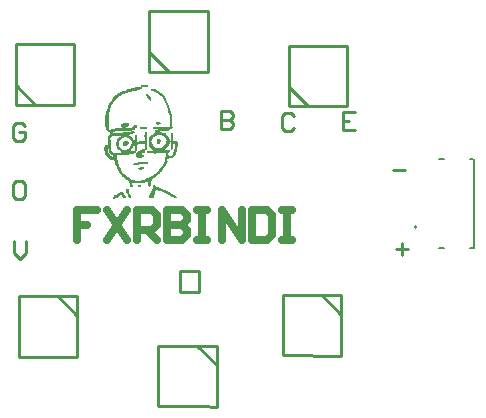
<source format=gto>
G04*
G04 #@! TF.GenerationSoftware,Altium Limited,Altium Designer,20.0.1 (14)*
G04*
G04 Layer_Color=65535*
%FSLAX44Y44*%
%MOMM*%
G71*
G01*
G75*
%ADD10C,0.2000*%
%ADD11C,0.2540*%
%ADD12C,0.1270*%
%ADD13C,0.6350*%
G36*
X-39902Y96428D02*
X-38107D01*
Y95979D01*
Y95531D01*
Y95082D01*
X-39004D01*
Y94634D01*
X-41248D01*
Y95082D01*
X-42593D01*
Y94634D01*
Y94185D01*
Y93736D01*
Y93288D01*
X-43042D01*
Y92839D01*
X-44388D01*
Y92390D01*
X-47080D01*
Y91942D01*
X-49772D01*
Y91493D01*
X-51566D01*
Y91045D01*
X-53809D01*
Y90596D01*
X-54707D01*
Y90147D01*
X-56501D01*
Y89699D01*
X-57398D01*
Y89250D01*
X-58744D01*
Y88801D01*
X-59641D01*
Y88353D01*
X-60539D01*
Y87904D01*
X-60987D01*
Y87456D01*
X-61885D01*
Y87007D01*
X-62333D01*
Y86558D01*
X-63231D01*
Y86110D01*
X-63679D01*
Y85661D01*
X-64128D01*
Y85212D01*
X-64577D01*
Y84764D01*
X-65025D01*
Y84315D01*
X-65474D01*
Y83867D01*
Y83418D01*
X-65922D01*
Y82969D01*
X-66371D01*
Y82521D01*
X-66820D01*
Y82072D01*
X-67268D01*
Y81623D01*
X-67717D01*
Y81175D01*
Y80726D01*
X-68165D01*
Y80277D01*
Y79829D01*
X-68614D01*
Y79380D01*
X-69063D01*
Y78931D01*
Y78483D01*
Y78034D01*
X-69511D01*
Y77586D01*
Y77137D01*
X-69960D01*
Y76688D01*
Y76240D01*
Y75791D01*
X-70409D01*
Y75342D01*
Y74894D01*
Y74445D01*
Y73997D01*
X-70857D01*
Y73548D01*
Y73099D01*
Y72651D01*
Y72202D01*
Y71753D01*
X-71306D01*
Y71305D01*
Y70856D01*
Y70408D01*
Y69959D01*
Y69510D01*
Y69062D01*
Y68613D01*
Y68164D01*
Y67716D01*
Y67267D01*
Y66818D01*
Y66370D01*
Y65921D01*
Y65472D01*
Y65024D01*
Y64575D01*
Y64127D01*
Y63678D01*
Y63229D01*
Y62781D01*
Y62332D01*
Y61883D01*
Y61435D01*
Y60986D01*
Y60538D01*
Y60089D01*
X-70857D01*
Y59640D01*
Y59192D01*
Y58743D01*
X-69511D01*
Y59192D01*
X-67717D01*
Y59640D01*
X-65922D01*
Y60089D01*
X-64577D01*
Y60538D01*
X-60539D01*
Y60089D01*
X-60090D01*
Y60538D01*
Y60986D01*
Y61435D01*
X-60539D01*
Y61883D01*
Y62332D01*
Y62781D01*
Y63229D01*
X-60090D01*
Y63678D01*
X-58744D01*
Y64127D01*
X-54258D01*
Y63678D01*
Y63229D01*
Y62781D01*
Y62332D01*
Y61883D01*
X-54707D01*
Y61435D01*
X-56501D01*
Y60986D01*
Y60538D01*
Y60089D01*
X-55604D01*
Y60538D01*
X-52912D01*
Y60089D01*
X-52015D01*
Y60538D01*
X-51118D01*
Y60986D01*
X-50669D01*
Y61435D01*
Y61883D01*
X-50220D01*
Y62332D01*
X-49772D01*
Y62781D01*
X-47528D01*
Y62332D01*
X-47080D01*
Y61883D01*
Y61435D01*
Y60986D01*
Y60538D01*
X-48426D01*
Y60089D01*
X-48874D01*
Y59640D01*
Y59192D01*
X-49323D01*
Y58743D01*
X-50220D01*
Y58294D01*
X-51118D01*
Y57846D01*
Y57397D01*
X-49772D01*
Y56948D01*
X-49323D01*
Y56500D01*
Y56051D01*
Y55603D01*
X-50220D01*
Y55154D01*
X-52912D01*
Y54705D01*
X-53809D01*
Y54257D01*
Y53808D01*
X-52912D01*
Y53359D01*
X-52463D01*
Y52911D01*
X-52015D01*
Y52462D01*
X-51566D01*
Y52014D01*
X-51118D01*
Y51565D01*
X-50669D01*
Y51116D01*
Y50668D01*
X-50220D01*
Y50219D01*
Y49770D01*
X-49323D01*
Y50219D01*
Y50668D01*
Y51116D01*
Y51565D01*
Y52014D01*
Y52462D01*
Y52911D01*
Y53359D01*
Y53808D01*
Y54257D01*
X-48874D01*
Y54705D01*
X-47528D01*
Y54257D01*
X-47080D01*
Y53808D01*
Y53359D01*
Y52911D01*
Y52462D01*
Y52014D01*
Y51565D01*
Y51116D01*
Y50668D01*
Y50219D01*
Y49770D01*
Y49322D01*
Y48873D01*
Y48425D01*
X-45734D01*
Y48873D01*
X-41248D01*
Y49322D01*
X-40799D01*
Y49770D01*
Y50219D01*
Y50668D01*
Y51116D01*
Y51565D01*
Y52014D01*
Y52462D01*
X-41248D01*
Y52911D01*
Y53359D01*
Y53808D01*
Y54257D01*
Y54705D01*
X-40799D01*
Y55154D01*
Y55603D01*
Y56051D01*
Y56500D01*
X-39004D01*
Y56051D01*
Y55603D01*
Y55154D01*
Y54705D01*
Y54257D01*
Y53808D01*
Y53359D01*
Y52911D01*
Y52462D01*
Y52014D01*
Y51565D01*
Y51116D01*
Y50668D01*
Y50219D01*
Y49770D01*
Y49322D01*
Y48873D01*
X-38556D01*
Y48425D01*
Y47976D01*
Y47527D01*
Y47078D01*
X-39004D01*
Y46630D01*
Y46181D01*
X-38556D01*
Y45733D01*
X-39004D01*
Y45284D01*
Y44835D01*
Y44387D01*
Y43938D01*
Y43489D01*
Y43041D01*
X-38556D01*
Y42592D01*
Y42144D01*
X-39004D01*
Y41695D01*
X-40799D01*
Y41246D01*
Y40798D01*
Y40349D01*
Y39900D01*
Y39452D01*
X-41248D01*
Y39003D01*
X-42593D01*
Y38554D01*
X-43042D01*
Y38106D01*
Y37657D01*
X-42145D01*
Y37209D01*
X-41696D01*
Y36760D01*
Y36311D01*
Y35863D01*
X-42145D01*
Y35414D01*
X-42593D01*
Y34966D01*
X-43939D01*
Y34517D01*
X-46182D01*
Y34966D01*
X-47528D01*
Y35414D01*
X-47977D01*
Y35863D01*
X-48426D01*
Y36311D01*
Y36760D01*
Y37209D01*
Y37657D01*
Y38106D01*
Y38554D01*
X-47977D01*
Y39003D01*
X-47528D01*
Y39452D01*
X-47080D01*
Y39900D01*
X-46182D01*
Y40349D01*
X-45285D01*
Y40798D01*
X-44388D01*
Y41246D01*
X-43939D01*
Y41695D01*
X-43042D01*
Y42144D01*
X-40799D01*
Y42592D01*
Y43041D01*
Y43489D01*
Y43938D01*
Y44387D01*
Y44835D01*
Y45284D01*
Y45733D01*
Y46181D01*
Y46630D01*
X-41248D01*
Y47078D01*
X-42593D01*
Y46630D01*
X-46631D01*
Y46181D01*
X-47080D01*
Y45733D01*
X-47528D01*
Y45284D01*
Y44835D01*
Y44387D01*
Y43938D01*
Y43489D01*
Y43041D01*
Y42592D01*
Y42144D01*
Y41695D01*
Y41246D01*
Y40798D01*
X-47977D01*
Y40349D01*
Y39900D01*
X-48426D01*
Y39452D01*
X-48874D01*
Y39003D01*
X-49772D01*
Y38554D01*
X-52463D01*
Y38106D01*
X-54258D01*
Y37657D01*
X-55604D01*
Y37209D01*
X-60090D01*
Y37657D01*
X-60987D01*
Y37209D01*
X-64577D01*
Y36760D01*
Y36311D01*
Y35863D01*
Y35414D01*
Y34966D01*
X-64128D01*
Y34517D01*
Y34068D01*
Y33620D01*
Y33171D01*
X-63679D01*
Y32722D01*
Y32274D01*
Y31825D01*
Y31376D01*
Y30928D01*
Y30479D01*
X-63231D01*
Y30031D01*
X-62782D01*
Y29582D01*
Y29133D01*
Y28685D01*
X-62333D01*
Y28236D01*
Y27787D01*
Y27339D01*
X-61885D01*
Y26890D01*
Y26442D01*
X-61436D01*
Y25993D01*
X-60987D01*
Y25544D01*
Y25096D01*
X-60539D01*
Y24647D01*
Y24198D01*
Y23750D01*
X-59641D01*
Y23301D01*
Y22852D01*
Y22404D01*
X-58744D01*
Y21955D01*
Y21507D01*
X-57847D01*
Y21058D01*
X-57398D01*
Y20609D01*
X-56950D01*
Y20161D01*
X-56501D01*
Y19712D01*
X-56052D01*
Y19263D01*
X-55604D01*
Y18815D01*
X-55155D01*
Y18366D01*
X-54258D01*
Y17917D01*
X-53809D01*
Y17469D01*
X-52912D01*
Y17020D01*
X-52015D01*
Y16572D01*
X-50669D01*
Y16123D01*
X-49323D01*
Y15674D01*
X-48426D01*
Y15226D01*
X-44388D01*
Y15674D01*
X-43491D01*
Y16123D01*
X-41696D01*
Y16572D01*
X-40799D01*
Y17020D01*
X-39453D01*
Y17469D01*
X-37659D01*
Y17917D01*
X-36761D01*
Y18366D01*
X-35864D01*
Y18815D01*
X-34967D01*
Y19263D01*
X-34518D01*
Y19712D01*
X-34069D01*
Y20161D01*
X-33172D01*
Y20609D01*
X-32724D01*
Y21058D01*
X-32275D01*
Y21507D01*
X-31378D01*
Y21955D01*
X-30929D01*
Y22404D01*
X-30032D01*
Y22852D01*
Y23301D01*
X-29583D01*
Y23750D01*
X-29135D01*
Y24198D01*
X-28686D01*
Y24647D01*
X-28237D01*
Y25096D01*
X-27789D01*
Y25544D01*
Y25993D01*
X-27340D01*
Y26442D01*
X-26891D01*
Y26890D01*
X-26443D01*
Y27339D01*
Y27787D01*
X-25994D01*
Y28236D01*
X-25545D01*
Y28685D01*
Y29133D01*
Y29582D01*
X-25097D01*
Y30031D01*
X-24648D01*
Y30479D01*
Y30928D01*
X-24200D01*
Y31376D01*
X-23751D01*
Y31825D01*
Y32274D01*
X-23302D01*
Y32722D01*
Y33171D01*
Y33620D01*
Y34068D01*
Y34517D01*
Y34966D01*
Y35414D01*
X-22854D01*
Y35863D01*
Y36311D01*
X-22405D01*
Y36760D01*
Y37209D01*
Y37657D01*
Y38106D01*
Y38554D01*
Y39003D01*
Y39452D01*
X-23751D01*
Y39003D01*
X-31378D01*
Y38554D01*
X-33172D01*
Y39003D01*
X-38107D01*
Y39452D01*
X-38556D01*
Y39900D01*
Y40349D01*
Y40798D01*
X-33621D01*
Y41246D01*
Y41695D01*
X-34518D01*
Y42144D01*
X-34967D01*
Y42592D01*
X-35415D01*
Y43041D01*
X-35864D01*
Y43489D01*
Y43938D01*
X-36313D01*
Y44387D01*
X-36761D01*
Y44835D01*
Y45284D01*
Y45733D01*
X-37210D01*
Y46181D01*
Y46630D01*
Y47078D01*
Y47527D01*
Y47976D01*
Y48425D01*
Y48873D01*
Y49322D01*
Y49770D01*
Y50219D01*
Y50668D01*
Y51116D01*
X-36761D01*
Y51565D01*
Y52014D01*
Y52462D01*
X-36313D01*
Y52911D01*
X-35864D01*
Y53359D01*
X-35415D01*
Y53808D01*
X-34967D01*
Y54257D01*
X-34518D01*
Y54705D01*
X-34069D01*
Y55154D01*
X-33172D01*
Y55603D01*
X-32724D01*
Y56051D01*
X-32275D01*
Y56500D01*
Y56948D01*
Y57397D01*
Y57846D01*
Y58294D01*
X-30929D01*
Y58743D01*
X-29135D01*
Y59192D01*
Y59640D01*
X-30929D01*
Y59192D01*
X-32724D01*
Y59640D01*
X-33621D01*
Y60089D01*
Y60538D01*
Y60986D01*
Y61435D01*
X-24648D01*
Y60986D01*
X-19713D01*
Y61435D01*
X-19265D01*
Y61883D01*
Y62332D01*
Y62781D01*
Y63229D01*
Y63678D01*
Y64127D01*
Y64575D01*
Y65024D01*
Y65472D01*
Y65921D01*
Y66370D01*
Y66818D01*
Y67267D01*
Y67716D01*
Y68164D01*
Y68613D01*
Y69062D01*
Y69510D01*
Y69959D01*
X-19713D01*
Y70408D01*
Y70856D01*
X-20162D01*
Y71305D01*
Y71753D01*
Y72202D01*
Y72651D01*
X-20610D01*
Y73099D01*
Y73548D01*
Y73997D01*
Y74445D01*
Y74894D01*
X-21059D01*
Y75342D01*
Y75791D01*
Y76240D01*
Y76688D01*
Y77137D01*
X-21508D01*
Y77586D01*
Y78034D01*
X-21956D01*
Y78483D01*
Y78931D01*
Y79380D01*
X-22405D01*
Y79829D01*
Y80277D01*
Y80726D01*
X-22854D01*
Y81175D01*
Y81623D01*
X-23302D01*
Y82072D01*
Y82521D01*
X-23751D01*
Y82969D01*
Y83418D01*
X-24200D01*
Y83867D01*
Y84315D01*
Y84764D01*
X-25097D01*
Y85212D01*
X-25545D01*
Y85661D01*
Y86110D01*
X-25994D01*
Y86558D01*
X-26443D01*
Y87007D01*
X-26891D01*
Y87456D01*
X-27340D01*
Y87904D01*
X-27789D01*
Y88353D01*
X-28686D01*
Y88801D01*
X-29135D01*
Y89250D01*
X-29583D01*
Y89699D01*
X-30929D01*
Y90147D01*
X-31378D01*
Y90596D01*
X-32275D01*
Y91045D01*
X-33172D01*
Y91493D01*
X-34518D01*
Y91942D01*
X-34967D01*
Y92390D01*
X-35415D01*
Y92839D01*
Y93288D01*
X-31826D01*
Y92839D01*
X-30929D01*
Y92390D01*
X-30032D01*
Y91942D01*
X-29583D01*
Y91493D01*
X-28237D01*
Y91045D01*
X-27789D01*
Y90596D01*
X-27340D01*
Y90147D01*
X-26891D01*
Y89699D01*
X-26443D01*
Y89250D01*
X-25994D01*
Y88801D01*
X-25545D01*
Y88353D01*
X-25097D01*
Y87904D01*
X-24648D01*
Y87456D01*
X-24200D01*
Y87007D01*
X-23751D01*
Y86558D01*
Y86110D01*
X-23302D01*
Y85661D01*
Y85212D01*
X-22854D01*
Y84764D01*
X-22405D01*
Y84315D01*
Y83867D01*
Y83418D01*
X-21956D01*
Y82969D01*
Y82521D01*
X-21508D01*
Y82072D01*
Y81623D01*
X-21059D01*
Y81175D01*
Y80726D01*
X-20610D01*
Y80277D01*
Y79829D01*
X-20162D01*
Y79380D01*
Y78931D01*
Y78483D01*
Y78034D01*
Y77586D01*
Y77137D01*
X-19265D01*
Y76688D01*
Y76240D01*
Y75791D01*
Y75342D01*
Y74894D01*
X-18816D01*
Y74445D01*
Y73997D01*
Y73548D01*
Y73099D01*
X-18367D01*
Y72651D01*
Y72202D01*
Y71753D01*
X-17919D01*
Y71305D01*
Y70856D01*
Y70408D01*
Y69959D01*
Y69510D01*
X-17470D01*
Y69062D01*
Y68613D01*
Y68164D01*
Y67716D01*
Y67267D01*
Y66818D01*
Y66370D01*
Y65921D01*
Y65472D01*
Y65024D01*
Y64575D01*
Y64127D01*
Y63678D01*
Y63229D01*
Y62781D01*
Y62332D01*
Y61883D01*
Y61435D01*
X-17021D01*
Y60986D01*
Y60538D01*
Y60089D01*
X-17470D01*
Y59640D01*
Y59192D01*
X-19713D01*
Y58743D01*
X-20162D01*
Y58294D01*
Y57846D01*
X-24648D01*
Y57397D01*
X-27340D01*
Y56948D01*
Y56500D01*
X-26443D01*
Y56051D01*
X-23751D01*
Y55603D01*
X-22854D01*
Y55154D01*
Y54705D01*
X-21956D01*
Y54257D01*
X-21508D01*
Y53808D01*
X-21059D01*
Y53359D01*
X-20610D01*
Y52911D01*
Y52462D01*
X-20162D01*
Y52014D01*
Y51565D01*
Y51116D01*
Y50668D01*
X-19713D01*
Y50219D01*
Y49770D01*
Y49322D01*
Y48873D01*
X-18816D01*
Y49322D01*
Y49770D01*
X-18367D01*
Y50219D01*
Y50668D01*
Y51116D01*
Y51565D01*
Y52014D01*
Y52462D01*
Y52911D01*
Y53359D01*
Y53808D01*
Y54257D01*
Y54705D01*
Y55154D01*
Y55603D01*
X-17919D01*
Y56051D01*
X-16573D01*
Y55603D01*
Y55154D01*
Y54705D01*
Y54257D01*
Y53808D01*
Y53359D01*
Y52911D01*
Y52462D01*
Y52014D01*
Y51565D01*
Y51116D01*
Y50668D01*
Y50219D01*
Y49770D01*
Y49322D01*
X-12984D01*
Y48873D01*
Y48425D01*
X-12535D01*
Y47976D01*
Y47527D01*
Y47078D01*
Y46630D01*
Y46181D01*
Y45733D01*
Y45284D01*
Y44835D01*
Y44387D01*
Y43938D01*
X-12984D01*
Y43489D01*
X-12535D01*
Y43041D01*
X-12984D01*
Y42592D01*
X-13432D01*
Y42144D01*
Y41695D01*
Y41246D01*
Y40798D01*
Y40349D01*
Y39900D01*
X-13881D01*
Y39452D01*
Y39003D01*
Y38554D01*
Y38106D01*
X-14330D01*
Y37657D01*
Y37209D01*
X-14778D01*
Y36760D01*
Y36311D01*
X-15675D01*
Y35863D01*
X-16124D01*
Y35414D01*
X-16573D01*
Y34966D01*
X-17021D01*
Y34517D01*
X-20162D01*
Y34068D01*
X-21059D01*
Y33620D01*
X-21508D01*
Y33171D01*
Y32722D01*
Y32274D01*
X-21059D01*
Y31825D01*
X-21508D01*
Y31376D01*
Y30928D01*
X-21956D01*
Y30479D01*
Y30031D01*
X-22405D01*
Y29582D01*
Y29133D01*
Y28685D01*
X-22854D01*
Y28236D01*
X-23302D01*
Y27787D01*
Y27339D01*
X-23751D01*
Y26890D01*
X-24200D01*
Y26442D01*
Y25993D01*
X-25097D01*
Y25544D01*
Y25096D01*
X-25545D01*
Y24647D01*
X-25994D01*
Y24198D01*
X-26443D01*
Y23750D01*
Y23301D01*
X-26891D01*
Y22852D01*
X-27340D01*
Y22404D01*
X-27789D01*
Y21955D01*
Y21507D01*
X-28686D01*
Y21058D01*
X-29135D01*
Y20609D01*
X-29583D01*
Y20161D01*
X-30032D01*
Y19712D01*
X-30480D01*
Y19263D01*
X-30929D01*
Y18815D01*
X-31378D01*
Y18366D01*
X-32275D01*
Y17917D01*
X-32724D01*
Y17469D01*
X-33621D01*
Y17020D01*
X-34518D01*
Y16572D01*
X-34967D01*
Y16123D01*
X-34518D01*
Y15674D01*
X-34967D01*
Y15226D01*
Y14777D01*
Y14328D01*
X-35415D01*
Y13880D01*
Y13431D01*
Y12982D01*
Y12534D01*
Y12085D01*
Y11637D01*
Y11188D01*
Y10739D01*
X-35864D01*
Y10291D01*
X-37210D01*
Y10739D01*
X-37659D01*
Y11188D01*
Y11637D01*
Y12085D01*
Y12534D01*
Y12982D01*
Y13431D01*
Y13880D01*
Y14328D01*
Y14777D01*
Y15226D01*
X-38107D01*
Y14777D01*
X-39004D01*
Y14328D01*
X-40350D01*
Y13880D01*
X-41696D01*
Y13431D01*
X-50220D01*
Y13880D01*
X-51118D01*
Y13431D01*
Y12982D01*
Y12534D01*
Y12085D01*
X-50669D01*
Y11637D01*
Y11188D01*
Y10739D01*
Y10291D01*
X-51118D01*
Y9842D01*
X-52463D01*
Y10291D01*
X-52912D01*
Y10739D01*
Y11188D01*
X-53361D01*
Y11637D01*
X-52912D01*
Y12085D01*
Y12534D01*
X-53361D01*
Y12982D01*
Y13431D01*
X-53809D01*
Y13880D01*
Y14328D01*
Y14777D01*
X-54258D01*
Y15226D01*
X-54707D01*
Y15674D01*
X-55155D01*
Y16123D01*
X-56052D01*
Y16572D01*
X-56501D01*
Y17020D01*
X-57398D01*
Y17469D01*
X-57847D01*
Y17917D01*
X-58296D01*
Y18366D01*
X-58744D01*
Y18815D01*
X-59641D01*
Y19263D01*
X-60090D01*
Y19712D01*
Y20161D01*
X-60539D01*
Y20609D01*
X-60987D01*
Y21058D01*
X-61436D01*
Y21507D01*
X-61885D01*
Y21955D01*
Y22404D01*
X-62333D01*
Y22852D01*
X-62782D01*
Y23301D01*
Y23750D01*
X-63231D01*
Y24198D01*
Y24647D01*
X-63679D01*
Y25096D01*
Y25544D01*
X-64128D01*
Y25993D01*
Y26442D01*
Y26890D01*
X-64577D01*
Y27339D01*
Y27787D01*
X-65025D01*
Y28236D01*
Y28685D01*
X-65474D01*
Y29133D01*
Y29582D01*
Y30031D01*
Y30479D01*
X-65922D01*
Y30928D01*
Y31376D01*
Y31825D01*
Y32274D01*
X-66371D01*
Y32722D01*
X-68614D01*
Y33171D01*
X-69960D01*
Y33620D01*
X-70857D01*
Y34068D01*
X-71306D01*
Y34517D01*
X-71755D01*
Y34966D01*
X-72203D01*
Y35414D01*
X-72652D01*
Y35863D01*
Y36311D01*
X-73101D01*
Y36760D01*
X-73549D01*
Y37209D01*
X-73998D01*
Y37657D01*
Y38106D01*
Y38554D01*
X-74446D01*
Y39003D01*
Y39452D01*
Y39900D01*
Y40349D01*
X-74895D01*
Y40798D01*
Y41246D01*
Y41695D01*
X-75344D01*
Y42144D01*
X-74895D01*
Y42592D01*
X-75344D01*
Y43041D01*
Y43489D01*
X-74895D01*
Y43938D01*
X-74446D01*
Y44387D01*
Y44835D01*
Y45284D01*
X-73998D01*
Y45733D01*
X-73101D01*
Y46181D01*
X-72203D01*
Y46630D01*
Y47078D01*
Y47527D01*
Y47976D01*
Y48425D01*
Y48873D01*
Y49322D01*
Y49770D01*
Y50219D01*
Y50668D01*
Y51116D01*
Y51565D01*
Y52014D01*
X-71755D01*
Y52462D01*
Y52911D01*
Y53359D01*
X-71306D01*
Y53808D01*
Y54257D01*
X-70857D01*
Y54705D01*
X-69960D01*
Y55154D01*
Y55603D01*
Y56051D01*
X-70409D01*
Y56500D01*
X-70857D01*
Y56948D01*
X-71755D01*
Y57397D01*
X-72203D01*
Y57846D01*
X-72652D01*
Y58294D01*
X-73101D01*
Y58743D01*
X-73549D01*
Y59192D01*
X-73101D01*
Y59640D01*
X-73549D01*
Y60089D01*
Y60538D01*
Y60986D01*
Y61435D01*
X-73998D01*
Y61883D01*
Y62332D01*
Y62781D01*
Y63229D01*
Y63678D01*
Y64127D01*
Y64575D01*
Y65024D01*
Y65472D01*
Y65921D01*
Y66370D01*
Y66818D01*
Y67267D01*
Y67716D01*
Y68164D01*
Y68613D01*
Y69062D01*
Y69510D01*
Y69959D01*
Y70408D01*
Y70856D01*
X-73549D01*
Y71305D01*
Y71753D01*
Y72202D01*
Y72651D01*
Y73099D01*
X-73101D01*
Y73548D01*
X-73549D01*
Y73997D01*
X-73101D01*
Y74445D01*
Y74894D01*
X-72652D01*
Y75342D01*
Y75791D01*
Y76240D01*
Y76688D01*
X-72203D01*
Y77137D01*
Y77586D01*
Y78034D01*
Y78483D01*
X-71755D01*
Y78931D01*
Y79380D01*
Y79829D01*
X-71306D01*
Y80277D01*
X-70857D01*
Y80726D01*
Y81175D01*
X-70409D01*
Y81623D01*
X-69960D01*
Y82072D01*
Y82521D01*
X-69511D01*
Y82969D01*
X-69063D01*
Y83418D01*
X-68614D01*
Y83867D01*
Y84315D01*
X-68165D01*
Y84764D01*
X-67717D01*
Y85212D01*
X-67268D01*
Y85661D01*
Y86110D01*
X-66820D01*
Y86558D01*
X-66371D01*
Y87007D01*
X-65922D01*
Y87456D01*
X-65474D01*
Y87904D01*
X-64577D01*
Y88353D01*
X-64128D01*
Y88801D01*
X-63679D01*
Y89250D01*
X-63231D01*
Y89699D01*
X-62333D01*
Y90147D01*
X-61885D01*
Y90596D01*
X-60987D01*
Y91045D01*
X-60090D01*
Y91493D01*
X-58296D01*
Y91942D01*
X-56950D01*
Y92390D01*
X-56052D01*
Y92839D01*
X-54707D01*
Y93288D01*
X-52463D01*
Y93736D01*
X-50669D01*
Y94185D01*
X-48874D01*
Y94634D01*
X-46631D01*
Y95082D01*
X-43491D01*
Y95531D01*
Y95979D01*
Y96428D01*
X-43042D01*
Y96877D01*
X-39902D01*
Y96428D01*
D02*
G37*
G36*
X-37659Y88353D02*
X-36761D01*
Y87904D01*
Y87456D01*
X-36313D01*
Y87007D01*
X-35864D01*
Y86558D01*
Y86110D01*
X-35415D01*
Y85661D01*
Y85212D01*
X-34967D01*
Y84764D01*
Y84315D01*
Y83867D01*
X-35415D01*
Y83418D01*
X-36313D01*
Y83867D01*
X-36761D01*
Y84315D01*
X-37210D01*
Y84764D01*
X-37659D01*
Y85212D01*
Y85661D01*
X-38556D01*
Y86110D01*
Y86558D01*
X-39004D01*
Y87007D01*
Y87456D01*
X-39902D01*
Y87904D01*
Y88353D01*
Y88801D01*
X-37659D01*
Y88353D01*
D02*
G37*
G36*
X-28237Y65024D02*
X-27340D01*
Y64575D01*
X-26891D01*
Y64127D01*
Y63678D01*
X-27340D01*
Y63229D01*
X-28686D01*
Y62781D01*
X-30032D01*
Y63229D01*
X-31378D01*
Y63678D01*
Y64127D01*
Y64575D01*
X-30929D01*
Y65024D01*
X-30032D01*
Y65472D01*
X-28237D01*
Y65024D01*
D02*
G37*
G36*
X-38556Y60986D02*
Y60538D01*
Y60089D01*
X-39004D01*
Y59640D01*
X-39902D01*
Y59192D01*
X-43939D01*
Y59640D01*
X-44388D01*
Y60089D01*
Y60538D01*
Y60986D01*
X-41248D01*
Y61435D01*
X-38556D01*
Y60986D01*
D02*
G37*
G36*
X-37659Y31376D02*
Y30928D01*
Y30479D01*
X-38107D01*
Y30031D01*
X-42145D01*
Y29582D01*
X-45285D01*
Y29133D01*
X-47528D01*
Y28685D01*
X-50220D01*
Y29133D01*
Y29582D01*
Y30031D01*
X-49772D01*
Y30479D01*
X-47977D01*
Y30928D01*
X-46182D01*
Y31376D01*
X-44837D01*
Y31825D01*
X-37659D01*
Y31376D01*
D02*
G37*
G36*
X-41248Y26442D02*
X-41696D01*
Y25993D01*
X-41248D01*
Y25544D01*
X-41696D01*
Y25096D01*
X-43042D01*
Y24647D01*
X-45734D01*
Y25096D01*
X-46182D01*
Y25544D01*
Y25993D01*
Y26442D01*
X-44388D01*
Y26890D01*
X-41248D01*
Y26442D01*
D02*
G37*
G36*
X-43491Y11637D02*
Y11188D01*
Y10739D01*
X-43939D01*
Y10291D01*
X-46631D01*
Y10739D01*
Y11188D01*
Y11637D01*
X-46182D01*
Y12085D01*
X-43491D01*
Y11637D01*
D02*
G37*
G36*
X-32275D02*
X-31826D01*
Y11188D01*
Y10739D01*
X-31378D01*
Y10291D01*
X-30480D01*
Y9842D01*
X-28686D01*
Y9393D01*
X-26891D01*
Y8945D01*
X-25994D01*
Y8496D01*
X-25097D01*
Y8048D01*
X-23751D01*
Y7599D01*
X-22854D01*
Y7150D01*
X-21956D01*
Y6702D01*
X-21059D01*
Y6253D01*
X-20610D01*
Y5804D01*
X-19713D01*
Y5356D01*
X-19265D01*
Y4907D01*
X-18367D01*
Y4458D01*
X-17470D01*
Y4010D01*
X-16573D01*
Y3561D01*
X-15675D01*
Y3113D01*
X-14778D01*
Y2664D01*
X-13881D01*
Y2215D01*
X-13432D01*
Y1767D01*
Y1318D01*
Y869D01*
X-15227D01*
Y1318D01*
X-16124D01*
Y1767D01*
X-17470D01*
Y2215D01*
X-18816D01*
Y2664D01*
X-19713D01*
Y3113D01*
X-20162D01*
Y3561D01*
X-21059D01*
Y4010D01*
X-21956D01*
Y4458D01*
X-22854D01*
Y4907D01*
X-23751D01*
Y5356D01*
X-24648D01*
Y5804D01*
X-25545D01*
Y6253D01*
X-26443D01*
Y6702D01*
X-28237D01*
Y7150D01*
X-29135D01*
Y7599D01*
X-30032D01*
Y8048D01*
X-31378D01*
Y7599D01*
Y7150D01*
Y6702D01*
X-31826D01*
Y6253D01*
Y5804D01*
Y5356D01*
Y4907D01*
X-32275D01*
Y4458D01*
Y4010D01*
Y3561D01*
X-32724D01*
Y3113D01*
Y2664D01*
Y2215D01*
X-33172D01*
Y1767D01*
Y1318D01*
X-33621D01*
Y869D01*
X-36761D01*
Y1318D01*
Y1767D01*
Y2215D01*
Y2664D01*
Y3113D01*
X-36313D01*
Y3561D01*
Y4010D01*
X-35864D01*
Y4458D01*
Y4907D01*
X-35415D01*
Y5356D01*
Y5804D01*
Y6253D01*
X-34967D01*
Y6702D01*
Y7150D01*
X-34518D01*
Y7599D01*
X-34967D01*
Y8048D01*
X-34518D01*
Y8496D01*
Y8945D01*
X-34069D01*
Y9393D01*
Y9842D01*
Y10291D01*
Y10739D01*
Y11188D01*
Y11637D01*
Y12085D01*
X-32275D01*
Y11637D01*
D02*
G37*
G36*
X-54258Y8496D02*
Y8048D01*
Y7599D01*
Y7150D01*
Y6702D01*
Y6253D01*
Y5804D01*
Y5356D01*
X-53809D01*
Y4907D01*
Y4458D01*
X-52912D01*
Y4010D01*
Y3561D01*
Y3113D01*
X-52463D01*
Y2664D01*
Y2215D01*
Y1767D01*
Y1318D01*
Y869D01*
X-54258D01*
Y1318D01*
Y1767D01*
X-54707D01*
Y2215D01*
Y2664D01*
X-55155D01*
Y3113D01*
Y3561D01*
Y4010D01*
X-55604D01*
Y4458D01*
Y4907D01*
X-56052D01*
Y5356D01*
X-56501D01*
Y5804D01*
Y6253D01*
X-56950D01*
Y6702D01*
Y7150D01*
Y7599D01*
Y8048D01*
Y8496D01*
X-55604D01*
Y8945D01*
X-54258D01*
Y8496D01*
D02*
G37*
G36*
X-58744Y5804D02*
Y5356D01*
X-58296D01*
Y4907D01*
Y4458D01*
X-57847D01*
Y4010D01*
Y3561D01*
X-57398D01*
Y3113D01*
Y2664D01*
X-56950D01*
Y2215D01*
Y1767D01*
Y1318D01*
Y869D01*
X-58744D01*
Y1318D01*
X-59193D01*
Y1767D01*
Y2215D01*
X-59641D01*
Y2664D01*
Y3113D01*
X-61436D01*
Y2664D01*
X-62333D01*
Y2215D01*
X-62782D01*
Y1767D01*
X-63679D01*
Y1318D01*
X-64577D01*
Y869D01*
X-65474D01*
Y421D01*
X-67268D01*
Y869D01*
Y1318D01*
Y1767D01*
Y2215D01*
X-66820D01*
Y2664D01*
X-66371D01*
Y3113D01*
X-65474D01*
Y3561D01*
X-64577D01*
Y4010D01*
X-64128D01*
Y4458D01*
X-63231D01*
Y4907D01*
X-62333D01*
Y5356D01*
X-61436D01*
Y5804D01*
X-60539D01*
Y6253D01*
X-58744D01*
Y5804D01*
D02*
G37*
%LPC*%
G36*
X-52463Y57846D02*
X-63679D01*
Y57397D01*
X-65922D01*
Y56948D01*
X-67268D01*
Y56500D01*
X-67717D01*
Y56051D01*
Y55603D01*
X-64577D01*
Y56051D01*
X-59193D01*
Y56500D01*
X-55155D01*
Y56948D01*
X-52463D01*
Y57397D01*
Y57846D01*
D02*
G37*
G36*
X-27340Y54705D02*
X-29135D01*
Y54257D01*
X-30480D01*
Y53808D01*
X-31826D01*
Y53359D01*
X-32275D01*
Y52911D01*
X-32724D01*
Y52462D01*
X-33621D01*
Y52014D01*
X-34069D01*
Y51565D01*
Y51116D01*
X-34518D01*
Y50668D01*
Y50219D01*
Y49770D01*
Y49322D01*
X-34967D01*
Y48873D01*
Y48425D01*
Y47976D01*
X-34518D01*
Y47527D01*
Y47078D01*
Y46630D01*
X-34069D01*
Y46181D01*
Y45733D01*
X-33621D01*
Y45284D01*
Y44835D01*
X-33172D01*
Y44387D01*
X-32724D01*
Y43938D01*
X-32275D01*
Y43489D01*
X-30480D01*
Y43041D01*
X-28237D01*
Y43489D01*
X-26443D01*
Y43938D01*
X-25994D01*
Y44387D01*
X-25097D01*
Y44835D01*
X-24648D01*
Y45284D01*
X-24200D01*
Y45733D01*
X-23751D01*
Y46181D01*
X-23302D01*
Y46630D01*
X-22854D01*
Y47078D01*
X-22405D01*
Y47527D01*
Y47976D01*
Y48425D01*
Y48873D01*
X-21956D01*
Y49322D01*
Y49770D01*
Y50219D01*
X-22405D01*
Y50668D01*
Y51116D01*
Y51565D01*
X-23302D01*
Y52014D01*
Y52462D01*
X-23751D01*
Y52911D01*
X-24648D01*
Y53359D01*
X-25097D01*
Y53808D01*
X-25994D01*
Y54257D01*
X-27340D01*
Y54705D01*
D02*
G37*
G36*
X-56052Y52462D02*
X-58296D01*
Y52014D01*
X-58744D01*
Y51565D01*
X-59641D01*
Y51116D01*
X-60090D01*
Y50668D01*
X-60539D01*
Y50219D01*
X-61436D01*
Y49770D01*
Y49322D01*
X-61885D01*
Y48873D01*
X-62333D01*
Y48425D01*
Y47976D01*
Y47527D01*
X-62782D01*
Y47078D01*
Y46630D01*
Y46181D01*
Y45733D01*
X-62333D01*
Y45284D01*
Y44835D01*
Y44387D01*
X-61885D01*
Y43938D01*
X-61436D01*
Y43489D01*
Y43041D01*
X-60987D01*
Y42592D01*
X-60539D01*
Y42144D01*
X-59641D01*
Y41695D01*
X-58296D01*
Y41246D01*
X-56501D01*
Y41695D01*
X-55604D01*
Y42144D01*
X-54707D01*
Y42592D01*
X-54258D01*
Y43041D01*
X-53809D01*
Y43489D01*
X-53361D01*
Y43938D01*
Y44387D01*
X-52912D01*
Y44835D01*
X-52463D01*
Y45284D01*
Y45733D01*
X-52015D01*
Y46181D01*
Y46630D01*
Y47078D01*
X-51566D01*
Y47527D01*
Y47976D01*
Y48425D01*
Y48873D01*
X-52015D01*
Y49322D01*
X-52463D01*
Y49770D01*
X-52912D01*
Y50219D01*
X-53361D01*
Y50668D01*
X-53809D01*
Y51116D01*
X-54258D01*
Y51565D01*
X-55155D01*
Y52014D01*
X-56052D01*
Y52462D01*
D02*
G37*
G36*
X-49323Y45284D02*
X-50220D01*
Y44835D01*
Y44387D01*
Y43938D01*
X-50669D01*
Y43489D01*
X-51118D01*
Y43041D01*
Y42592D01*
X-51566D01*
Y42144D01*
X-52015D01*
Y41695D01*
X-52463D01*
Y41246D01*
Y40798D01*
X-49323D01*
Y41246D01*
Y41695D01*
Y42144D01*
Y42592D01*
Y43041D01*
Y43489D01*
Y43938D01*
Y44387D01*
Y44835D01*
Y45284D01*
D02*
G37*
G36*
X-71306Y42592D02*
X-72203D01*
Y42144D01*
Y41695D01*
Y41246D01*
Y40798D01*
Y40349D01*
X-71755D01*
Y39900D01*
Y39452D01*
X-70857D01*
Y39900D01*
Y40349D01*
Y40798D01*
Y41246D01*
Y41695D01*
X-71306D01*
Y42144D01*
Y42592D01*
D02*
G37*
G36*
X-60987Y53808D02*
X-67717D01*
Y53359D01*
X-68614D01*
Y52911D01*
X-69063D01*
Y52462D01*
X-69511D01*
Y52014D01*
X-69960D01*
Y51565D01*
Y51116D01*
Y50668D01*
Y50219D01*
Y49770D01*
X-69511D01*
Y49322D01*
Y48873D01*
Y48425D01*
Y47976D01*
Y47527D01*
Y47078D01*
Y46630D01*
Y46181D01*
Y45733D01*
Y45284D01*
X-69063D01*
Y44835D01*
Y44387D01*
Y43938D01*
Y43489D01*
Y43041D01*
Y42592D01*
X-68614D01*
Y42144D01*
X-69063D01*
Y41695D01*
Y41246D01*
Y40798D01*
X-68614D01*
Y40349D01*
X-68165D01*
Y39900D01*
X-67717D01*
Y39452D01*
X-65474D01*
Y39003D01*
X-63231D01*
Y39452D01*
X-60987D01*
Y39900D01*
Y40349D01*
X-61885D01*
Y40798D01*
Y41246D01*
X-62782D01*
Y41695D01*
X-63231D01*
Y42144D01*
X-63679D01*
Y42592D01*
X-64128D01*
Y43041D01*
Y43489D01*
Y43938D01*
X-64577D01*
Y44387D01*
Y44835D01*
Y45284D01*
X-65025D01*
Y45733D01*
Y46181D01*
Y46630D01*
Y47078D01*
Y47527D01*
Y47976D01*
X-64577D01*
Y48425D01*
Y48873D01*
Y49322D01*
X-64128D01*
Y49770D01*
Y50219D01*
Y50668D01*
X-63679D01*
Y51116D01*
X-63231D01*
Y51565D01*
X-62782D01*
Y52014D01*
X-62333D01*
Y52462D01*
X-61885D01*
Y52911D01*
X-60987D01*
Y53359D01*
Y53808D01*
D02*
G37*
G36*
X-18367Y48425D02*
X-19265D01*
Y47976D01*
X-19713D01*
Y47527D01*
X-19265D01*
Y47078D01*
X-19713D01*
Y46630D01*
X-20162D01*
Y46181D01*
Y45733D01*
Y45284D01*
X-20610D01*
Y44835D01*
X-21059D01*
Y44387D01*
Y43938D01*
X-21508D01*
Y43489D01*
X-21956D01*
Y43041D01*
X-22405D01*
Y42592D01*
X-23302D01*
Y42144D01*
Y41695D01*
Y41246D01*
X-22854D01*
Y41695D01*
X-20162D01*
Y41246D01*
X-19713D01*
Y40798D01*
Y40349D01*
Y39900D01*
X-20162D01*
Y39452D01*
Y39003D01*
X-20610D01*
Y38554D01*
Y38106D01*
Y37657D01*
Y37209D01*
X-20162D01*
Y36760D01*
X-17470D01*
Y37209D01*
X-17021D01*
Y37657D01*
X-16573D01*
Y38106D01*
Y38554D01*
Y39003D01*
X-16124D01*
Y39452D01*
X-16573D01*
Y39900D01*
X-16124D01*
Y40349D01*
Y40798D01*
Y41246D01*
X-15675D01*
Y41695D01*
Y42144D01*
Y42592D01*
X-15227D01*
Y43041D01*
Y43489D01*
Y43938D01*
Y44387D01*
Y44835D01*
Y45284D01*
Y45733D01*
X-14778D01*
Y46181D01*
Y46630D01*
X-15227D01*
Y47078D01*
X-16124D01*
Y46630D01*
X-16573D01*
Y46181D01*
Y45733D01*
Y45284D01*
X-17021D01*
Y44835D01*
Y44387D01*
Y43938D01*
Y43489D01*
Y43041D01*
Y42592D01*
X-17470D01*
Y42144D01*
Y41695D01*
X-18816D01*
Y42144D01*
Y42592D01*
Y43041D01*
Y43489D01*
Y43938D01*
Y44387D01*
Y44835D01*
Y45284D01*
Y45733D01*
Y46181D01*
Y46630D01*
Y47078D01*
X-18367D01*
Y47527D01*
Y47976D01*
Y48425D01*
D02*
G37*
G36*
X-69960Y39003D02*
X-70857D01*
Y38554D01*
Y38106D01*
X-70409D01*
Y37657D01*
X-69960D01*
Y37209D01*
Y36760D01*
X-69511D01*
Y36311D01*
X-68614D01*
Y35863D01*
X-67268D01*
Y36311D01*
Y36760D01*
Y37209D01*
X-68614D01*
Y37657D01*
X-69063D01*
Y38106D01*
X-69511D01*
Y38554D01*
X-69960D01*
Y39003D01*
D02*
G37*
%LPD*%
G36*
X-27340Y50219D02*
X-26891D01*
Y49770D01*
Y49322D01*
Y48873D01*
Y48425D01*
Y47976D01*
X-27340D01*
Y47527D01*
X-27789D01*
Y47078D01*
X-30032D01*
Y47527D01*
X-30480D01*
Y47976D01*
Y48425D01*
Y48873D01*
Y49322D01*
Y49770D01*
Y50219D01*
X-30032D01*
Y50668D01*
X-27340D01*
Y50219D01*
D02*
G37*
G36*
X-55155Y48873D02*
X-54707D01*
Y48425D01*
X-54258D01*
Y47976D01*
Y47527D01*
Y47078D01*
Y46630D01*
X-54707D01*
Y46181D01*
Y45733D01*
X-55604D01*
Y45284D01*
X-58744D01*
Y45733D01*
Y46181D01*
X-59193D01*
Y46630D01*
Y47078D01*
Y47527D01*
Y47976D01*
X-58744D01*
Y48425D01*
X-58296D01*
Y48873D01*
X-57847D01*
Y49322D01*
X-55155D01*
Y48873D01*
D02*
G37*
D10*
X189520Y-23790D02*
G03*
X189520Y-23790I-1000J0D01*
G01*
D11*
X12700Y107950D02*
Y158874D01*
X-36830Y107950D02*
X12700D01*
X-36830D02*
Y159276D01*
X-25200Y159181D02*
X-200Y158979D01*
X12700Y158874D01*
X-36830Y159276D02*
X-25200Y159181D01*
X-36830Y124460D02*
X-20320Y107950D01*
X130570Y78560D02*
Y129484D01*
X81040Y78560D02*
X130570D01*
X81040D02*
Y129886D01*
X92670Y129791D02*
X117670Y129588D01*
X130570Y129484D01*
X81040Y129886D02*
X92670Y129791D01*
X81040Y95070D02*
X97550Y78560D01*
X-147320Y-133294D02*
Y-82370D01*
X-97790D01*
Y-133696D02*
Y-82370D01*
X-134420Y-133399D02*
X-109420Y-133602D01*
X-147320Y-133294D02*
X-134420Y-133399D01*
X-109420Y-133602D02*
X-97790Y-133696D01*
X-114300Y-82370D02*
X-97790Y-98880D01*
X-29450Y-175204D02*
Y-124280D01*
X20080D01*
Y-175606D02*
Y-124280D01*
X-16550Y-175308D02*
X8450Y-175511D01*
X-29450Y-175204D02*
X-16550Y-175308D01*
X8450Y-175511D02*
X20080Y-175606D01*
X3570Y-124280D02*
X20080Y-140790D01*
X76200Y-132204D02*
Y-81280D01*
X125730D01*
Y-132606D02*
Y-81280D01*
X89100Y-132309D02*
X114100Y-132512D01*
X76200Y-132204D02*
X89100Y-132309D01*
X114100Y-132512D02*
X125730Y-132606D01*
X109220Y-81280D02*
X125730Y-97790D01*
X-100330Y80010D02*
Y130934D01*
X-149860Y80010D02*
X-100330D01*
X-149860D02*
Y131336D01*
X-138230Y131242D02*
X-113230Y131039D01*
X-100330Y130934D01*
X-149860Y131336D02*
X-138230Y131242D01*
X-149860Y96520D02*
X-133350Y80010D01*
X5380Y-78740D02*
Y-60960D01*
X-11130D02*
X5380D01*
X-11130Y-78740D02*
Y-60960D01*
Y-78740D02*
X5380D01*
X-141735Y61972D02*
X-144275Y64511D01*
X-149353D01*
X-151892Y61972D01*
Y51815D01*
X-149353Y49276D01*
X-144275D01*
X-141735Y51815D01*
Y56894D01*
X-146814D01*
X-151384Y-35565D02*
Y-45722D01*
X-146306Y-50800D01*
X-141227Y-45722D01*
Y-35565D01*
X-144529Y14981D02*
X-149607D01*
X-152146Y12442D01*
Y2285D01*
X-149607Y-254D01*
X-144529D01*
X-141989Y2285D01*
Y12442D01*
X-144529Y14981D01*
X171704Y-42421D02*
X181861D01*
X176782Y-37342D02*
Y-47499D01*
X169418Y24890D02*
X179575D01*
X86103Y70354D02*
X83563Y72893D01*
X78485D01*
X75946Y70354D01*
Y60197D01*
X78485Y57658D01*
X83563D01*
X86103Y60197D01*
X137411Y74163D02*
X127254D01*
Y58928D01*
X137411D01*
X127254Y66546D02*
X132332D01*
X24130Y74671D02*
Y59436D01*
X31748D01*
X34287Y61975D01*
Y64514D01*
X31748Y67053D01*
X24130D01*
X31748D01*
X34287Y69593D01*
Y72132D01*
X31748Y74671D01*
X24130D01*
D12*
X234520Y34210D02*
X237520D01*
X234520Y-41790D02*
X237520D01*
X208520Y34210D02*
X212520D01*
X208520Y-41790D02*
X212520D01*
X238020D02*
Y34210D01*
D13*
X-81116Y-8898D02*
X-98044D01*
Y-21594D01*
X-89580D01*
X-98044D01*
Y-34290D01*
X-72652Y-8898D02*
X-55724Y-34290D01*
Y-8898D02*
X-72652Y-34290D01*
X-47260D02*
Y-8898D01*
X-34564D01*
X-30333Y-13130D01*
Y-21594D01*
X-34564Y-25826D01*
X-47260D01*
X-38797D02*
X-30333Y-34290D01*
X-21869Y-8898D02*
Y-34290D01*
X-9173D01*
X-4941Y-30058D01*
Y-25826D01*
X-9173Y-21594D01*
X-21869D01*
X-9173D01*
X-4941Y-17362D01*
Y-13130D01*
X-9173Y-8898D01*
X-21869D01*
X3523D02*
X11987D01*
X7755D01*
Y-34290D01*
X3523D01*
X11987D01*
X24683D02*
Y-8898D01*
X41611Y-34290D01*
Y-8898D01*
X50075D02*
Y-34290D01*
X62771D01*
X67003Y-30058D01*
Y-13130D01*
X62771Y-8898D01*
X50075D01*
X75467D02*
X83931D01*
X79699D01*
Y-34290D01*
X75467D01*
X83931D01*
M02*

</source>
